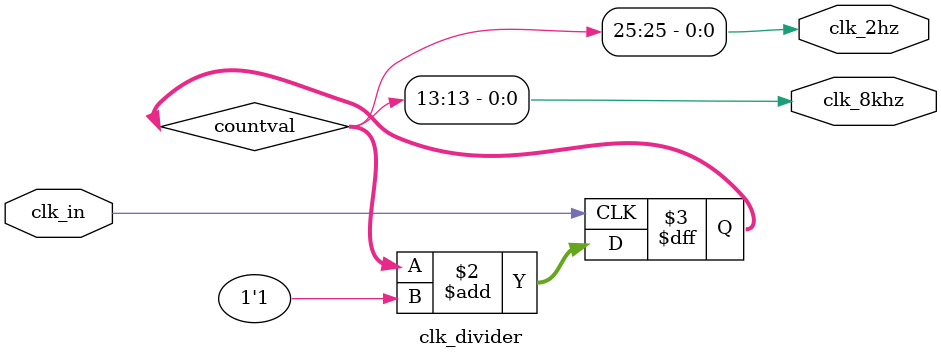
<source format=v>
module clk_divider ( input clk_in, output clk_8khz, clk_2hz);

wire clk_8khz, clk_2hz;

reg [25:0] countval;


always @(posedge clk_in)
	countval <= countval + 1'b1;

assign clk_8khz = countval[13]; //was 16 earlier
assign clk_2hz = countval[25];


endmodule
</source>
